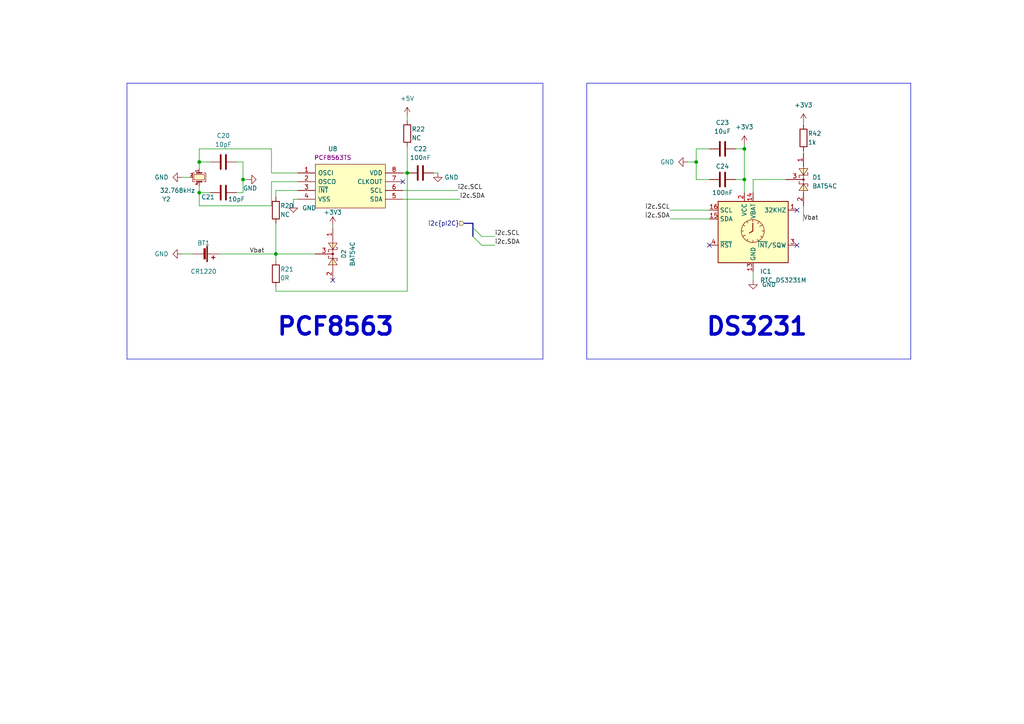
<source format=kicad_sch>
(kicad_sch (version 20230121) (generator eeschema)
  (paper "A4")
  (lib_symbols
    (symbol "Device:Battery_Cell" (pin_numbers hide) (pin_names (offset 0) hide)
      (property "Reference" "BT" (at 2.54 2.54 0))
      (property "Value" "Battery_Cell" (at 2.54 0 0))
      (symbol "Battery_Cell_0_1"
        (rectangle (start -2.286 1.778) (end 2.286 1.524) (fill (type outline)))
        (rectangle (start -1.5748 1.1938) (end 1.4732 0.6858) (fill (type outline)))
        (polyline (pts (xy 0 0.762) (xy 0 0)))
        (polyline (pts (xy 0 1.778) (xy 0 2.54)))
        (polyline (pts (xy 0.508 3.429) (xy 1.524 3.429)) (stroke (width 0.254)))
        (polyline (pts (xy 1.016 3.937) (xy 1.016 2.921)) (stroke (width 0.254)))
      )
      (symbol "Battery_Cell_1_1"
        (pin passive line (at 0 5.08 270) (length 2.54) (name "+") (number "1"))
        (pin passive line (at 0 -2.54 90) (length 2.54) (name "-") (number "2"))
      )
    )
    (symbol "Device:C" (pin_numbers hide) (pin_names (offset 0.254))
      (property "Reference" "C" (at 0.635 2.54 0))
      (property "Value" "C" (at 0.635 -2.54 0))
      (symbol "C_0_1"
        (polyline (pts (xy -2.032 -0.762) (xy 2.032 -0.762)) (stroke (width 0.508)))
        (polyline (pts (xy -2.032 0.762) (xy 2.032 0.762)) (stroke (width 0.508)))
      )
      (symbol "C_1_1"
        (pin passive line (at 0 3.81 270) (length 2.794) (name "~") (number "1"))
        (pin passive line (at 0 -3.81 90) (length 2.794) (name "~") (number "2"))
      )
    )
    (symbol "Device:R" (pin_numbers hide) (pin_names (offset 0))
      (property "Reference" "R" (at 2.032 0 90))
      (property "Value" "R" (at 0 0 90))
      (symbol "R_0_1"
        (rectangle (start -1.016 -2.54) (end 1.016 2.54) (stroke (width 0.254)))
      )
      (symbol "R_1_1"
        (pin passive line (at 0 3.81 270) (length 1.27) (name "~") (number "1"))
        (pin passive line (at 0 -3.81 90) (length 1.27) (name "~") (number "2"))
      )
    )
    (symbol "IVS_SYMBOLS:BAT54C" (pin_names (offset 1.016))
      (property "Reference" "D" (at 0.635 -3.81 0))
      (property "Value" "BAT54C" (at -6.35 3.175 0))
      (symbol "BAT54C_0_1"
        (polyline (pts (xy -1.905 0) (xy 1.905 0)))
        (polyline (pts (xy -1.905 1.27) (xy -1.905 1.016)))
        (polyline (pts (xy -1.27 -1.27) (xy -0.635 -1.27)))
        (polyline (pts (xy -1.27 0) (xy -3.81 0)))
        (polyline (pts (xy -1.27 1.27) (xy -1.905 1.27)))
        (polyline (pts (xy -1.27 1.27) (xy -1.27 -1.27)))
        (polyline (pts (xy -0.635 -1.27) (xy -0.635 -1.016)))
        (polyline (pts (xy 0.635 -1.27) (xy 0.635 -1.016)))
        (polyline (pts (xy 1.27 -1.27) (xy 0.635 -1.27)))
        (polyline (pts (xy 1.27 1.27) (xy 1.27 -1.27)))
        (polyline (pts (xy 1.27 1.27) (xy 1.905 1.27)))
        (polyline (pts (xy 1.905 1.27) (xy 1.905 1.016)))
        (polyline (pts (xy 3.81 0) (xy 1.27 0)))
        (circle (center 0 0) (radius 0.254) (fill (type outline)))
      )
      (symbol "BAT54C_1_1"
        (polyline (pts (xy -3.175 -1.27) (xy -3.175 1.27) (xy -1.27 0) (xy -3.175 -1.27)) (fill (type background)))
        (polyline (pts (xy 3.175 -1.27) (xy 3.175 1.27) (xy 1.27 0) (xy 3.175 -1.27)) (fill (type background)))
        (pin passive line (at -7.62 0 0) (length 3.81) (name "~") (number "1"))
        (pin passive line (at 7.62 0 180) (length 3.81) (name "~") (number "2"))
        (pin passive line (at 0 -5.08 90) (length 5.08) (name "~") (number "3"))
      )
    )
    (symbol "IVS_SYMBOLS:Crystal_RTC" (pin_names (offset 1.016) hide)
      (property "Reference" "Y" (at 1.27 4.445 0))
      (property "Value" "32.768kHz" (at -5.08 2.54 0))
      (symbol "Crystal_RTC_0_1"
        (polyline (pts (xy -1.27 -0.762) (xy -1.27 0.762)) (stroke (width 0.381)))
        (polyline (pts (xy 1.27 -0.762) (xy 1.27 0.762)) (stroke (width 0.381)))
        (polyline (pts (xy -1.27 -1.27) (xy -1.27 -1.905) (xy 1.27 -1.905) (xy 1.27 -1.27)))
        (polyline (pts (xy -1.27 1.27) (xy -1.27 1.905) (xy 1.27 1.905) (xy 1.27 1.27)))
      )
      (symbol "Crystal_RTC_1_1"
        (rectangle (start -0.762 1.524) (end 0.762 -1.524) (fill (type background)))
        (pin passive line (at -2.54 0 0) (length 1.27) (name "1") (number "1"))
        (pin passive line (at 0 -2.54 90) (length 0.635) (name "2") (number "2"))
        (pin passive line (at 0 -2.54 90) (length 0.635) hide (name "3") (number "3"))
        (pin passive line (at 2.54 0 180) (length 1.27) (name "4") (number "4"))
      )
    )
    (symbol "IVS_SYMBOL_DIR:RTC_DS3231M"
      (property "Reference" "IC" (at -7.62 8.89 0))
      (property "Value" "RTC_DS3231M" (at 6.985 -20.955 0))
      (symbol "RTC_DS3231M_0_1"
        (rectangle (start -10.16 7.62) (end 10.16 -10.16) (stroke (width 0.254)) (fill (type background)))
        (circle (center -0.1016 -0.9652) (radius 3.316))
        (polyline (pts (xy -3.4544 -0.9652) (xy -2.794 -0.9652)))
        (polyline (pts (xy -2.9972 -2.54) (xy -2.2352 -2.1336)))
        (polyline (pts (xy -2.8956 0.8128) (xy -2.3876 0.4572)))
        (polyline (pts (xy -1.8288 -3.7592) (xy -1.4732 -3.302)))
        (polyline (pts (xy -1.8288 1.8288) (xy -1.524 1.3716)))
        (polyline (pts (xy -0.1016 2.3368) (xy -0.1016 1.7272)))
        (polyline (pts (xy -0.0508 -3.6068) (xy -0.0508 -4.2672)))
        (polyline (pts (xy 1.2192 -3.3528) (xy 1.524 -3.81)))
        (polyline (pts (xy 1.27 1.1684) (xy 1.6764 1.7272)))
        (polyline (pts (xy 1.8796 0.3556) (xy 2.6416 0.762)))
        (polyline (pts (xy 2.1336 -2.4892) (xy 2.6924 -2.7432)))
        (polyline (pts (xy 2.54 -0.9652) (xy 3.2004 -0.9652)))
        (polyline (pts (xy -0.1016 1.3208) (xy -0.1016 -0.9652) (xy -1.0668 -1.524)) (stroke (width 0.254)))
      )
      (symbol "RTC_DS3231M_1_1"
        (pin open_collector line (at 12.7 5.08 180) (length 2.54) (name "32KHZ") (number "1"))
        (pin passive line (at 0 -12.7 90) (length 2.54) hide (name "GND") (number "10"))
        (pin passive line (at 0 -12.7 90) (length 2.54) hide (name "GND") (number "11"))
        (pin passive line (at 0 -12.7 90) (length 2.54) hide (name "GND") (number "12"))
        (pin power_in line (at 0 -12.7 90) (length 2.54) (name "GND") (number "13"))
        (pin power_in line (at 0 10.16 270) (length 2.54) (name "VBAT") (number "14"))
        (pin bidirectional line (at -12.7 2.54 0) (length 2.54) (name "SDA") (number "15"))
        (pin input line (at -12.7 5.08 0) (length 2.54) (name "SCL") (number "16"))
        (pin power_in line (at -2.54 10.16 270) (length 2.54) (name "VCC") (number "2"))
        (pin open_collector line (at 12.7 -5.08 180) (length 2.54) (name "~{INT}/SQW") (number "3"))
        (pin bidirectional line (at -12.7 -5.08 0) (length 2.54) (name "~{RST}") (number "4"))
        (pin passive line (at 0 -12.7 90) (length 2.54) hide (name "GND") (number "5"))
        (pin passive line (at 0 -12.7 90) (length 2.54) hide (name "GND") (number "6"))
        (pin passive line (at 0 -12.7 90) (length 2.54) hide (name "GND") (number "7"))
        (pin passive line (at 0 -12.7 90) (length 2.54) hide (name "GND") (number "8"))
        (pin passive line (at 0 -12.7 90) (length 2.54) hide (name "GND") (number "9"))
      )
    )
    (symbol "power:+3V3" (power) (pin_names (offset 0))
      (property "Value" "+3V3" (at 0 3.556 0))
      (symbol "+3V3_0_1"
        (polyline (pts (xy -0.762 1.27) (xy 0 2.54)))
        (polyline (pts (xy 0 0) (xy 0 2.54)))
        (polyline (pts (xy 0 2.54) (xy 0.762 1.27)))
      )
      (symbol "+3V3_1_1"
        (pin power_in line (at 0 0 90) (length 0) hide (name "+3V3") (number "1"))
      )
    )
    (symbol "power:+5V" (power) (pin_names (offset 0))
      (property "Value" "+5V" (at 0 3.556 0))
      (symbol "+5V_0_1"
        (polyline (pts (xy -0.762 1.27) (xy 0 2.54)))
        (polyline (pts (xy 0 0) (xy 0 2.54)))
        (polyline (pts (xy 0 2.54) (xy 0.762 1.27)))
      )
      (symbol "+5V_1_1"
        (pin power_in line (at 0 0 90) (length 0) hide (name "+5V") (number "1"))
      )
    )
    (symbol "power:GND" (power) (pin_names (offset 0))
      (property "Value" "GND" (at 0 -3.81 0))
      (symbol "GND_0_1"
        (polyline (pts (xy 0 0) (xy 0 -1.27) (xy 1.27 -1.27) (xy 0 -2.54) (xy -1.27 -1.27) (xy 0 -1.27)))
      )
      (symbol "GND_1_1"
        (pin power_in line (at 0 0 270) (length 0) hide (name "GND") (number "1"))
      )
    )
    (symbol "project:PCF8563TS" (pin_names (offset 0.762))
      (property "Reference" "U" (at -10.16 9.525 0))
      (property "Symbol" "PCF8563TS" (at -10.16 7.62 0))
      (symbol "PCF8563TS_0_0"
        (pin passive line (at -15.24 3.81 0) (length 5.08) (name "OSCI") (number "1"))
        (pin passive line (at -15.24 1.27 0) (length 5.08) (name "OSCO") (number "2"))
        (pin passive line (at -15.24 -1.27 0) (length 5.08) (name "~{INT}") (number "3"))
        (pin passive line (at -15.24 -3.81 0) (length 5.08) (name "VSS") (number "4"))
        (pin passive line (at 15.24 -3.81 180) (length 5.08) (name "SDA") (number "5"))
        (pin passive line (at 15.24 -1.27 180) (length 5.08) (name "SCL") (number "6"))
        (pin passive line (at 15.24 1.27 180) (length 5.08) (name "CLKOUT") (number "7"))
        (pin passive line (at 15.24 3.81 180) (length 5.08) (name "VDD") (number "8"))
      )
      (symbol "PCF8563TS_0_1"
        (polyline (pts (xy -10.16 6.35) (xy 10.16 6.35) (xy 10.16 -6.35) (xy -10.16 -6.35) (xy -10.16 6.35)) (stroke (width 0.1524)) (fill (type background)))
      )
    )
  )
  (junction (at 70.485 52.07))
  (junction (at 118.11 50.165))
  (junction (at 57.785 46.99))
  (junction (at 80.01 73.66))
  (junction (at 215.9 43.18))
  (junction (at 201.93 46.99))
  (junction (at 57.785 55.88))
  (junction (at 215.9 52.07))
  (no_connect (at 231.14 60.96))
  (no_connect (at 116.84 52.705))
  (no_connect (at 96.52 81.28))
  (no_connect (at 205.74 71.12))
  (no_connect (at 231.14 71.12))
  (bus_entry (at 139.7 68.58) (size -2.54 -2.54))
  (bus_entry (at 139.7 71.12) (size -2.54 -2.54))
  (wire (pts (xy 116.84 57.785) (xy 133.35 57.785)))
  (polyline (pts (xy 264.16 104.14) (xy 264.16 24.13)))
  (wire (pts (xy 218.44 52.07) (xy 218.44 55.88)))
  (wire (pts (xy 80.01 64.77) (xy 80.01 73.66)))
  (wire (pts (xy 218.44 52.07) (xy 227.965 52.07)))
  (wire (pts (xy 57.785 53.975) (xy 57.785 55.88)))
  (wire (pts (xy 205.74 43.18) (xy 201.93 43.18)))
  (wire (pts (xy 139.7 71.12) (xy 143.51 71.12)))
  (wire (pts (xy 218.44 81.28) (xy 218.44 78.74)))
  (wire (pts (xy 70.485 52.07) (xy 71.755 52.07)))
  (polyline (pts (xy 170.18 24.13) (xy 170.18 25.4)))
  (wire (pts (xy 201.93 52.07) (xy 205.74 52.07)))
  (wire (pts (xy 78.74 52.705) (xy 86.36 52.705)))
  (wire (pts (xy 68.58 55.88) (xy 70.485 55.88)))
  (polyline (pts (xy 36.83 24.13) (xy 36.83 104.14)))
  (wire (pts (xy 194.31 63.5) (xy 205.74 63.5)))
  (wire (pts (xy 213.36 43.18) (xy 215.9 43.18)))
  (wire (pts (xy 199.39 46.99) (xy 201.93 46.99)))
  (wire (pts (xy 52.705 51.435) (xy 55.245 51.435)))
  (wire (pts (xy 116.84 50.165) (xy 118.11 50.165)))
  (wire (pts (xy 80.01 73.66) (xy 80.01 75.565)))
  (wire (pts (xy 233.045 59.69) (xy 233.045 64.135)))
  (wire (pts (xy 194.31 60.96) (xy 205.74 60.96)))
  (wire (pts (xy 78.74 59.69) (xy 57.785 59.69)))
  (wire (pts (xy 118.11 33.655) (xy 118.11 34.925)))
  (wire (pts (xy 70.485 46.99) (xy 70.485 52.07)))
  (bus (pts (xy 134.62 64.77) (xy 137.16 64.77)))
  (polyline (pts (xy 157.48 104.14) (xy 157.48 24.13)))
  (wire (pts (xy 139.7 68.58) (xy 143.51 68.58)))
  (wire (pts (xy 57.785 55.88) (xy 60.96 55.88)))
  (polyline (pts (xy 170.18 104.14) (xy 264.16 104.14)))
  (wire (pts (xy 78.74 43.18) (xy 78.74 50.165)))
  (wire (pts (xy 68.58 46.99) (xy 70.485 46.99)))
  (wire (pts (xy 80.01 83.185) (xy 80.01 84.455)))
  (wire (pts (xy 125.73 50.165) (xy 127 50.165)))
  (wire (pts (xy 63.5 73.66) (xy 80.01 73.66)))
  (wire (pts (xy 57.785 46.99) (xy 57.785 48.895)))
  (polyline (pts (xy 170.18 25.4) (xy 170.18 104.14)))
  (wire (pts (xy 215.9 52.07) (xy 215.9 55.88)))
  (wire (pts (xy 78.74 52.705) (xy 78.74 59.69)))
  (wire (pts (xy 57.785 46.99) (xy 60.96 46.99)))
  (wire (pts (xy 215.9 43.18) (xy 215.9 52.07)))
  (wire (pts (xy 96.52 65.405) (xy 96.52 66.04)))
  (wire (pts (xy 233.045 43.815) (xy 233.045 44.45)))
  (wire (pts (xy 80.01 55.245) (xy 80.01 57.15)))
  (bus (pts (xy 137.16 68.58) (xy 137.16 66.04)))
  (wire (pts (xy 233.045 35.56) (xy 233.045 36.195)))
  (wire (pts (xy 85.09 57.785) (xy 86.36 57.785)))
  (wire (pts (xy 78.74 43.18) (xy 57.785 43.18)))
  (wire (pts (xy 86.36 50.165) (xy 78.74 50.165)))
  (wire (pts (xy 201.93 46.99) (xy 201.93 52.07)))
  (wire (pts (xy 91.44 73.66) (xy 80.01 73.66)))
  (wire (pts (xy 70.485 52.07) (xy 70.485 55.88)))
  (wire (pts (xy 215.9 41.91) (xy 215.9 43.18)))
  (wire (pts (xy 55.88 73.66) (xy 52.705 73.66)))
  (wire (pts (xy 118.11 42.545) (xy 118.11 50.165)))
  (wire (pts (xy 201.93 43.18) (xy 201.93 46.99)))
  (wire (pts (xy 57.785 43.18) (xy 57.785 46.99)))
  (wire (pts (xy 132.715 55.245) (xy 116.84 55.245)))
  (polyline (pts (xy 36.83 104.14) (xy 157.48 104.14)))
  (wire (pts (xy 213.36 52.07) (xy 215.9 52.07)))
  (wire (pts (xy 57.785 59.69) (xy 57.785 55.88)))
  (wire (pts (xy 80.01 84.455) (xy 118.11 84.455)))
  (wire (pts (xy 85.09 59.055) (xy 85.09 57.785)))
  (polyline (pts (xy 264.16 24.13) (xy 170.18 24.13)))
  (bus (pts (xy 137.16 66.04) (xy 137.16 64.77)))
  (wire (pts (xy 118.11 84.455) (xy 118.11 50.165)))
  (polyline (pts (xy 36.83 24.13) (xy 157.48 24.13)))
  (wire (pts (xy 80.01 55.245) (xy 86.36 55.245)))
  (text "PCF8563\n" (at 80.01 97.79 0) (effects (font (size 5 5) bold) (justify left bottom)))
  (text "DS3231\n" (at 204.47 97.79 0) (effects (font (size 5 5) bold) (justify left bottom)))
  (label "Vbat" (at 72.39 73.66 0))
  (label "Vbat" (at 233.045 64.135 0))
  (label "i2c.SCL" (at 143.51 68.58 0))
  (label "i2c.SDA" (at 143.51 71.12 0))
  (label "i2c.SDA" (at 194.31 63.5 180))
  (label "i2c.SDA" (at 133.35 57.785 0))
  (label "i2c.SCL" (at 132.715 55.245 0))
  (label "i2c.SCL" (at 194.31 60.96 180))
  (hierarchical_label "i2c{pI2C}" (shape input) (at 134.62 64.77 180))
  (symbol (lib_id "power:GND") (at 85.09 59.055 0) (unit 1)
    (property "Reference" "#PWR053" (effects hide))
    (property "Value" "GND" (at 87.63 60.3249 0) (effects (justify left)))
  )
  (symbol (lib_id "Device:C") (at 209.55 52.07 90) (unit 1)
    (property "Reference" "C24" (at 209.55 48.26 90))
    (property "Value" "100nF" (at 209.55 55.88 90))
    (property "Footprint" "IVS_FOOTPRINTS:C_0603" (effects hide))
  )
  (symbol (lib_id "IVS_SYMBOL_DIR:RTC_DS3231M") (at 218.44 66.04 0) (unit 1)
    (property "Reference" "IC1" (at 220.4594 78.74 0) (effects (justify left)))
    (property "Value" "RTC_DS3231M" (at 220.4594 81.28 0) (effects (justify left)))
    (property "Footprint" "IVS_FOOTPRINTS:SOIC-16W_7.5x10.3mm_P1.27mm" (effects hide))
    (property "Datasheet" "http://datasheets.maximintegrated.com/en/ds/DS3231.pdf" (effects hide))
    (property "Thegioiic_Buylink" "https://www.thegioiic.com/ds3231sn-ic-rtc-clock-calendar-16-soic" (effects hide))
    (property "ICDAYROI_Buylink" "https://icdayroi.com/ds3231n" (effects hide))
    (property "Digikey_Buylink" "https://www.digikey.com/en/products/detail/analog-devices-inc-maxim-integrated/DS3231M-TRL/2402421" (effects hide))
  )
  (symbol (lib_id "Device:C") (at 64.77 55.88 90) (unit 1)
    (property "Reference" "C21" (at 60.325 57.15 90))
    (property "Value" "10pF" (at 68.58 57.785 90))
    (property "Footprint" "IVS_FOOTPRINTS:C_0603" (effects hide))
  )
  (symbol (lib_id "power:GND") (at 52.705 51.435 270) (unit 1)
    (property "Reference" "#PWR052" (effects hide))
    (property "Value" "GND" (at 48.895 51.4349 90) (effects (justify right)))
  )
  (symbol (lib_id "Device:Battery_Cell") (at 58.42 73.66 270) (unit 1)
    (property "Reference" "BT1" (at 59.055 70.485 90))
    (property "Value" "CR1220" (at 59.055 78.74 90))
    (property "Footprint" "IVS_FOOTPRINTS:BatteryHolder_CR1220" (effects hide))
  )
  (symbol (lib_id "Device:R") (at 118.11 38.735 0) (unit 1)
    (property "Reference" "R22" (at 119.38 37.465 0) (effects (justify left)))
    (property "Value" "NC" (at 119.38 40.005 0) (effects (justify left)))
    (property "Footprint" "IVS_FOOTPRINTS:R_0603" (effects hide))
  )
  (symbol (lib_id "Device:C") (at 121.92 50.165 90) (unit 1)
    (property "Reference" "C22" (at 121.92 43.18 90))
    (property "Value" "100nF" (at 121.92 45.72 90))
    (property "Footprint" "IVS_FOOTPRINTS:C_0603" (effects hide))
  )
  (symbol (lib_id "power:+5V") (at 118.11 33.655 0) (unit 1)
    (property "Reference" "#PWR055" (effects hide))
    (property "Value" "+5V" (at 118.11 28.575 0))
  )
  (symbol (lib_id "project:PCF8563TS") (at 101.6 53.975 0) (unit 1)
    (property "Reference" "U8" (at 96.52 43.18 0))
    (property "Value" "PCF8563TS" (effects hide))
    (property "Footprint" "IVS_FOOTPRINTS:SOIC-8_3.9x4.9mm_P1.27mm" (effects hide))
    (property "Datasheet" "http://www.nxp.com/docs/en/data-sheet/PCF8563.pdf" (effects hide))
    (property "Symbol" "PCF8563TS" (at 96.52 45.72 0))
    (property "Note" "https://www.mouser.co.uk/ProductDetail/NXP-Semiconductors/PCF8563TS-5118?qs=beN0Cyoe8Ynnzly4fQaDyw%3D%3D" (effects hide))
    (property "Mfg Part" "PCF8563TS/5,118" (effects hide))
    (property "Manufacturer" "NXP" (effects hide))
    (property "Package" "TSSOP-8" (effects hide))
    (property "Description" "NXP - PCF8563TS/5,118 - REAL TIME CLOCK, 5.5V, I2C, TSSOP-8" (effects hide))
  )
  (symbol (lib_id "IVS_SYMBOLS:BAT54C") (at 96.52 73.66 270) (unit 1)
    (property "Reference" "D2" (at 99.695 73.66 0))
    (property "Value" "BAT54C" (at 102.235 73.66 0))
    (property "Footprint" "IVS_FOOTPRINTS:SOT23-3" (effects hide))
    (property "Datasheet" "http://www.diodes.com/_files/datasheets/ds11005.pdf" (effects hide))
  )
  (symbol (lib_id "power:+3V3") (at 215.9 41.91 0) (unit 1)
    (property "Reference" "#PWR058" (effects hide))
    (property "Value" "+3V3" (at 215.9 36.83 0))
  )
  (symbol (lib_id "Device:C") (at 209.55 43.18 90) (unit 1)
    (property "Reference" "C23" (at 209.55 35.56 90))
    (property "Value" "10uF" (at 209.55 38.1 90))
    (property "Footprint" "IVS_FOOTPRINTS:C_0603" (effects hide))
  )
  (symbol (lib_id "power:GND") (at 127 50.165 0) (unit 1)
    (property "Reference" "#PWR056" (effects hide))
    (property "Value" "GND" (at 128.905 51.4349 0) (effects (justify left)))
  )
  (symbol (lib_id "power:GND") (at 71.755 52.07 90) (unit 1)
    (property "Reference" "#PWR0182" (effects hide))
    (property "Value" "GND" (at 70.485 54.61 90) (effects (justify right)))
  )
  (symbol (lib_id "power:+3V3") (at 233.045 35.56 0) (unit 1)
    (property "Reference" "#PWR060" (effects hide))
    (property "Value" "+3V3" (at 233.045 30.48 0))
  )
  (symbol (lib_id "power:GND") (at 199.39 46.99 270) (unit 1)
    (property "Reference" "#PWR057" (effects hide))
    (property "Value" "GND" (at 195.58 46.9899 90) (effects (justify right)))
  )
  (symbol (lib_id "power:+3V3") (at 96.52 65.405 0) (unit 1)
    (property "Reference" "#PWR054" (effects hide))
    (property "Value" "+3V3" (at 96.52 61.595 0))
  )
  (symbol (lib_id "Device:R") (at 80.01 60.96 0) (unit 1)
    (property "Reference" "R20" (at 81.28 59.69 0) (effects (justify left)))
    (property "Value" "NC" (at 81.28 62.23 0) (effects (justify left)))
    (property "Footprint" "IVS_FOOTPRINTS:R_0603" (effects hide))
  )
  (symbol (lib_id "IVS_SYMBOLS:BAT54C") (at 233.045 52.07 270) (unit 1)
    (property "Reference" "D1" (at 235.585 51.435 90) (effects (justify left)))
    (property "Value" "BAT54C" (at 235.585 53.975 90) (effects (justify left)))
    (property "Footprint" "IVS_FOOTPRINTS:SOT23-3" (effects hide))
    (property "Datasheet" "http://www.diodes.com/_files/datasheets/ds11005.pdf" (effects hide))
  )
  (symbol (lib_id "IVS_SYMBOLS:Crystal_RTC") (at 57.785 51.435 270) (unit 1)
    (property "Reference" "Y2" (at 46.99 57.785 90) (effects (justify left)))
    (property "Value" "32.768kHz" (at 46.355 55.245 90) (effects (justify left)))
    (property "Footprint" "IVS_FOOTPRINTS:Crystal_MC306" (effects hide))
    (property "Datasheet" "https://docs.rs-online.com/ec34/0900766b816028ea.pdf" (effects hide))
  )
  (symbol (lib_id "power:GND") (at 218.44 81.28 0) (unit 1)
    (property "Reference" "#PWR059" (effects hide))
    (property "Value" "GND" (at 220.98 82.5499 0) (effects (justify left)))
  )
  (symbol (lib_id "Device:R") (at 233.045 40.005 0) (unit 1)
    (property "Reference" "R42" (at 234.315 38.735 0) (effects (justify left)))
    (property "Value" "1k" (at 234.315 41.275 0) (effects (justify left)))
    (property "Footprint" "IVS_FOOTPRINTS:R_0603" (effects hide))
  )
  (symbol (lib_id "Device:C") (at 64.77 46.99 90) (unit 1)
    (property "Reference" "C20" (at 64.77 39.37 90))
    (property "Value" "10pF" (at 64.77 41.91 90))
    (property "Footprint" "IVS_FOOTPRINTS:C_0603" (effects hide))
  )
  (symbol (lib_id "Device:R") (at 80.01 79.375 0) (unit 1)
    (property "Reference" "R21" (at 81.28 78.105 0) (effects (justify left)))
    (property "Value" "0R" (at 81.28 80.645 0) (effects (justify left)))
    (property "Footprint" "IVS_FOOTPRINTS:R_0603" (effects hide))
  )
  (symbol (lib_id "power:GND") (at 52.705 73.66 270) (unit 1)
    (property "Reference" "#PWR051" (effects hide))
    (property "Value" "GND" (at 48.895 73.6599 90) (effects (justify right)))
  )
)
</source>
